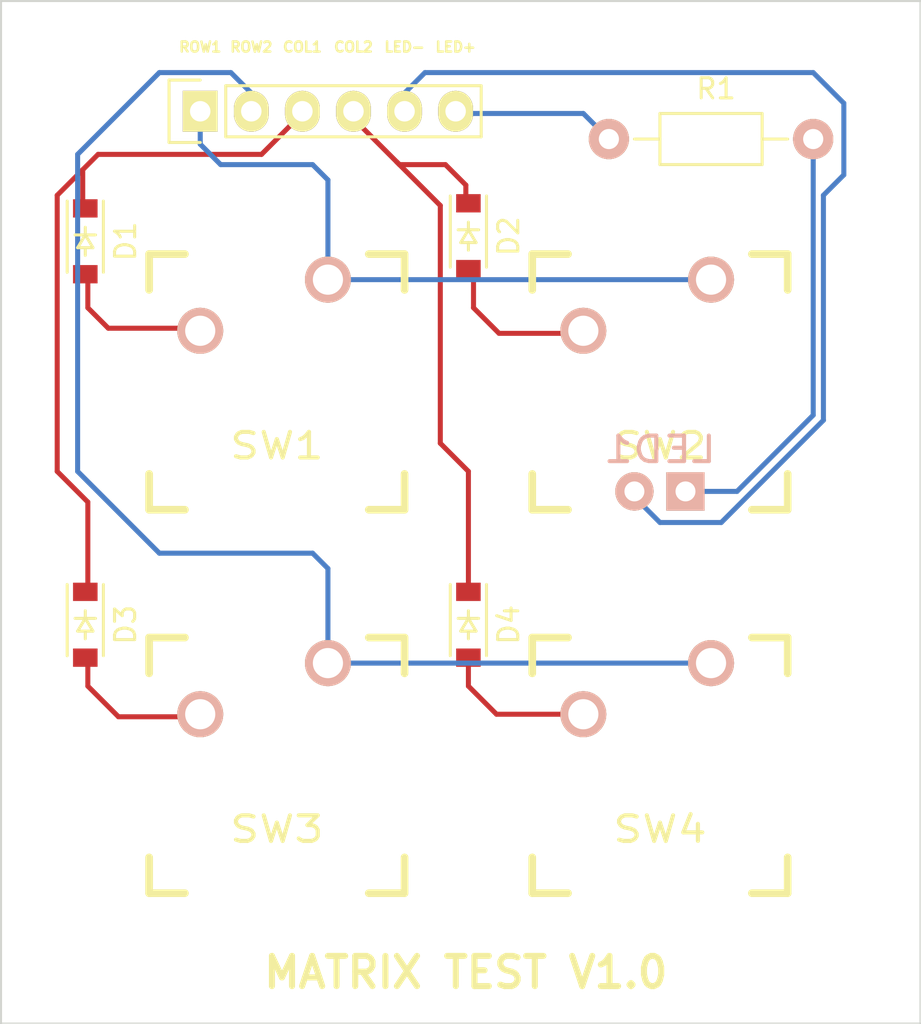
<source format=kicad_pcb>
(kicad_pcb (version 4) (host pcbnew 4.0.4-stable)

  (general
    (links 15)
    (no_connects 0)
    (area 100.279999 71.069999 146.100001 121.970001)
    (thickness 1.6)
    (drawings 11)
    (tracks 75)
    (zones 0)
    (modules 11)
    (nets 12)
  )

  (page A4)
  (layers
    (0 F.Cu signal)
    (31 B.Cu signal)
    (33 F.Adhes user)
    (34 B.Paste user)
    (35 F.Paste user)
    (36 B.SilkS user)
    (37 F.SilkS user)
    (38 B.Mask user)
    (39 F.Mask user)
    (40 Dwgs.User user)
    (41 Cmts.User user)
    (42 Eco1.User user)
    (43 Eco2.User user)
    (44 Edge.Cuts user)
    (45 Margin user)
    (47 F.CrtYd user)
    (49 F.Fab user)
  )

  (setup
    (last_trace_width 0.1524)
    (trace_clearance 0.1524)
    (zone_clearance 0.508)
    (zone_45_only no)
    (trace_min 0.1524)
    (segment_width 0.2)
    (edge_width 0.1)
    (via_size 0.6858)
    (via_drill 0.3302)
    (via_min_size 0.6858)
    (via_min_drill 0.3302)
    (uvia_size 0.762)
    (uvia_drill 0.508)
    (uvias_allowed no)
    (uvia_min_size 0)
    (uvia_min_drill 0)
    (pcb_text_width 0.3)
    (pcb_text_size 1.5 1.5)
    (mod_edge_width 0.15)
    (mod_text_size 1 1)
    (mod_text_width 0.15)
    (pad_size 1.99898 1.99898)
    (pad_drill 0.8001)
    (pad_to_mask_clearance 0)
    (aux_axis_origin 0 0)
    (visible_elements 7FFFFFFF)
    (pcbplotparams
      (layerselection 0x00030_80000001)
      (usegerberextensions false)
      (excludeedgelayer true)
      (linewidth 0.100000)
      (plotframeref false)
      (viasonmask false)
      (mode 1)
      (useauxorigin false)
      (hpglpennumber 1)
      (hpglpenspeed 20)
      (hpglpendiameter 15)
      (hpglpenoverlay 2)
      (psnegative false)
      (psa4output false)
      (plotreference true)
      (plotvalue true)
      (plotinvisibletext false)
      (padsonsilk false)
      (subtractmaskfromsilk false)
      (outputformat 4)
      (mirror false)
      (drillshape 0)
      (scaleselection 1)
      (outputdirectory ""))
  )

  (net 0 "")
  (net 1 /COL1)
  (net 2 "Net-(D1-Pad2)")
  (net 3 /COL2)
  (net 4 "Net-(D2-Pad2)")
  (net 5 "Net-(D3-Pad2)")
  (net 6 "Net-(D4-Pad2)")
  (net 7 /ROW1)
  (net 8 /ROW2)
  (net 9 /LED-)
  (net 10 "Net-(LED1-Pad2)")
  (net 11 /LED+)

  (net_class Default "This is the default net class."
    (clearance 0.1524)
    (trace_width 0.1524)
    (via_dia 0.6858)
    (via_drill 0.3302)
    (uvia_dia 0.762)
    (uvia_drill 0.508)
    (add_net /COL1)
    (add_net /COL2)
    (add_net /LED+)
    (add_net /LED-)
    (add_net /ROW1)
    (add_net /ROW2)
    (add_net "Net-(D1-Pad2)")
    (add_net "Net-(D2-Pad2)")
    (add_net "Net-(D3-Pad2)")
    (add_net "Net-(D4-Pad2)")
    (add_net "Net-(LED1-Pad2)")
  )

  (module Keyboard:CHERRY_PLATE_100H (layer F.Cu) (tedit 57D7723B) (tstamp 57D76586)
    (at 114.046 90.043)
    (path /57D73FDC)
    (fp_text reference SW1 (at 0 3.175) (layer F.SilkS)
      (effects (font (size 1.27 1.524) (thickness 0.2032)))
    )
    (fp_text value SW_PUSH (at 0 5.08) (layer F.SilkS) hide
      (effects (font (size 1.27 1.524) (thickness 0.2032)))
    )
    (fp_text user 1.00u (at -5.715 8.255) (layer Dwgs.User) hide
      (effects (font (thickness 0.3048)))
    )
    (fp_line (start -6.35 -6.35) (end 6.35 -6.35) (layer Cmts.User) (width 0.1524))
    (fp_line (start 6.35 -6.35) (end 6.35 6.35) (layer Cmts.User) (width 0.1524))
    (fp_line (start 6.35 6.35) (end -6.35 6.35) (layer Cmts.User) (width 0.1524))
    (fp_line (start -6.35 6.35) (end -6.35 -6.35) (layer Cmts.User) (width 0.1524))
    (fp_line (start -9.398 -9.398) (end 9.398 -9.398) (layer Dwgs.User) (width 0.1524))
    (fp_line (start 9.398 -9.398) (end 9.398 9.398) (layer Dwgs.User) (width 0.1524))
    (fp_line (start 9.398 9.398) (end -9.398 9.398) (layer Dwgs.User) (width 0.1524))
    (fp_line (start -9.398 9.398) (end -9.398 -9.398) (layer Dwgs.User) (width 0.1524))
    (fp_line (start -6.35 -6.35) (end -4.572 -6.35) (layer F.SilkS) (width 0.381))
    (fp_line (start 4.572 -6.35) (end 6.35 -6.35) (layer F.SilkS) (width 0.381))
    (fp_line (start 6.35 -6.35) (end 6.35 -4.572) (layer F.SilkS) (width 0.381))
    (fp_line (start 6.35 4.572) (end 6.35 6.35) (layer F.SilkS) (width 0.381))
    (fp_line (start 6.35 6.35) (end 4.572 6.35) (layer F.SilkS) (width 0.381))
    (fp_line (start -4.572 6.35) (end -6.35 6.35) (layer F.SilkS) (width 0.381))
    (fp_line (start -6.35 6.35) (end -6.35 4.572) (layer F.SilkS) (width 0.381))
    (fp_line (start -6.35 -4.572) (end -6.35 -6.35) (layer F.SilkS) (width 0.381))
    (pad 1 thru_hole circle (at 2.54 -5.08) (size 2.286 2.286) (drill 1.4986) (layers *.Cu *.SilkS *.Mask)
      (net 7 /ROW1))
    (pad 2 thru_hole circle (at -3.81 -2.54) (size 2.286 2.286) (drill 1.4986) (layers *.Cu *.SilkS *.Mask)
      (net 2 "Net-(D1-Pad2)"))
    (pad HOLE np_thru_hole circle (at 0 0) (size 3.9878 3.9878) (drill 3.9878) (layers *.Cu))
    (pad HOLE np_thru_hole circle (at -5.08 0) (size 1.7018 1.7018) (drill 1.7018) (layers *.Cu))
    (pad HOLE np_thru_hole circle (at 5.08 0) (size 1.7018 1.7018) (drill 1.7018) (layers *.Cu))
  )

  (module Diodes_SMD:SOD-123 (layer F.Cu) (tedit 57D78A84) (tstamp 57D7655F)
    (at 104.521 83.058 270)
    (descr SOD-123)
    (tags SOD-123)
    (path /57D74365)
    (attr smd)
    (fp_text reference D1 (at 0 -2 270) (layer F.SilkS)
      (effects (font (size 1 1) (thickness 0.15)))
    )
    (fp_text value D (at 0 2.1 270) (layer F.Fab)
      (effects (font (size 1 1) (thickness 0.15)))
    )
    (fp_line (start 0.3175 0) (end 0.6985 0) (layer F.SilkS) (width 0.15))
    (fp_line (start -0.6985 0) (end -0.3175 0) (layer F.SilkS) (width 0.15))
    (fp_line (start -0.3175 0) (end 0.3175 -0.381) (layer F.SilkS) (width 0.15))
    (fp_line (start 0.3175 -0.381) (end 0.3175 0.381) (layer F.SilkS) (width 0.15))
    (fp_line (start 0.3175 0.381) (end -0.3175 0) (layer F.SilkS) (width 0.15))
    (fp_line (start -0.3175 -0.508) (end -0.3175 0.508) (layer F.SilkS) (width 0.15))
    (fp_line (start -2.25 -1.05) (end 2.25 -1.05) (layer F.CrtYd) (width 0.05))
    (fp_line (start 2.25 -1.05) (end 2.25 1.05) (layer F.CrtYd) (width 0.05))
    (fp_line (start 2.25 1.05) (end -2.25 1.05) (layer F.CrtYd) (width 0.05))
    (fp_line (start -2.25 -1.05) (end -2.25 1.05) (layer F.CrtYd) (width 0.05))
    (fp_line (start -2 0.9) (end 1.54 0.9) (layer F.SilkS) (width 0.15))
    (fp_line (start -2 -0.9) (end 1.54 -0.9) (layer F.SilkS) (width 0.15))
    (pad 1 smd rect (at -1.635 0 270) (size 0.91 1.22) (layers F.Cu F.Paste F.Mask)
      (net 1 /COL1))
    (pad 2 smd rect (at 1.635 0 270) (size 0.91 1.22) (layers F.Cu F.Paste F.Mask)
      (net 2 "Net-(D1-Pad2)"))
  )

  (module Diodes_SMD:SOD-123 (layer F.Cu) (tedit 57D78AA9) (tstamp 57D76565)
    (at 123.571 82.804 270)
    (descr SOD-123)
    (tags SOD-123)
    (path /57D7440E)
    (attr smd)
    (fp_text reference D2 (at 0 -2 270) (layer F.SilkS)
      (effects (font (size 1 1) (thickness 0.15)))
    )
    (fp_text value D (at 0 2.1 270) (layer F.Fab)
      (effects (font (size 1 1) (thickness 0.15)))
    )
    (fp_line (start 0.3175 0) (end 0.6985 0) (layer F.SilkS) (width 0.15))
    (fp_line (start -0.6985 0) (end -0.3175 0) (layer F.SilkS) (width 0.15))
    (fp_line (start -0.3175 0) (end 0.3175 -0.381) (layer F.SilkS) (width 0.15))
    (fp_line (start 0.3175 -0.381) (end 0.3175 0.381) (layer F.SilkS) (width 0.15))
    (fp_line (start 0.3175 0.381) (end -0.3175 0) (layer F.SilkS) (width 0.15))
    (fp_line (start -0.3175 -0.508) (end -0.3175 0.508) (layer F.SilkS) (width 0.15))
    (fp_line (start -2.25 -1.05) (end 2.25 -1.05) (layer F.CrtYd) (width 0.05))
    (fp_line (start 2.25 -1.05) (end 2.25 1.05) (layer F.CrtYd) (width 0.05))
    (fp_line (start 2.25 1.05) (end -2.25 1.05) (layer F.CrtYd) (width 0.05))
    (fp_line (start -2.25 -1.05) (end -2.25 1.05) (layer F.CrtYd) (width 0.05))
    (fp_line (start -2 0.9) (end 1.54 0.9) (layer F.SilkS) (width 0.15))
    (fp_line (start -2 -0.9) (end 1.54 -0.9) (layer F.SilkS) (width 0.15))
    (pad 1 smd rect (at -1.635 0 270) (size 0.91 1.22) (layers F.Cu F.Paste F.Mask)
      (net 3 /COL2))
    (pad 2 smd rect (at 1.635 0 270) (size 0.91 1.22) (layers F.Cu F.Paste F.Mask)
      (net 4 "Net-(D2-Pad2)"))
  )

  (module Diodes_SMD:SOD-123 (layer F.Cu) (tedit 57D78A98) (tstamp 57D7656B)
    (at 104.521 102.108 270)
    (descr SOD-123)
    (tags SOD-123)
    (path /57D7447C)
    (attr smd)
    (fp_text reference D3 (at 0 -2 270) (layer F.SilkS)
      (effects (font (size 1 1) (thickness 0.15)))
    )
    (fp_text value D (at 0 2.1 270) (layer F.Fab)
      (effects (font (size 1 1) (thickness 0.15)))
    )
    (fp_line (start 0.3175 0) (end 0.6985 0) (layer F.SilkS) (width 0.15))
    (fp_line (start -0.6985 0) (end -0.3175 0) (layer F.SilkS) (width 0.15))
    (fp_line (start -0.3175 0) (end 0.3175 -0.381) (layer F.SilkS) (width 0.15))
    (fp_line (start 0.3175 -0.381) (end 0.3175 0.381) (layer F.SilkS) (width 0.15))
    (fp_line (start 0.3175 0.381) (end -0.3175 0) (layer F.SilkS) (width 0.15))
    (fp_line (start -0.3175 -0.508) (end -0.3175 0.508) (layer F.SilkS) (width 0.15))
    (fp_line (start -2.25 -1.05) (end 2.25 -1.05) (layer F.CrtYd) (width 0.05))
    (fp_line (start 2.25 -1.05) (end 2.25 1.05) (layer F.CrtYd) (width 0.05))
    (fp_line (start 2.25 1.05) (end -2.25 1.05) (layer F.CrtYd) (width 0.05))
    (fp_line (start -2.25 -1.05) (end -2.25 1.05) (layer F.CrtYd) (width 0.05))
    (fp_line (start -2 0.9) (end 1.54 0.9) (layer F.SilkS) (width 0.15))
    (fp_line (start -2 -0.9) (end 1.54 -0.9) (layer F.SilkS) (width 0.15))
    (pad 1 smd rect (at -1.635 0 270) (size 0.91 1.22) (layers F.Cu F.Paste F.Mask)
      (net 1 /COL1))
    (pad 2 smd rect (at 1.635 0 270) (size 0.91 1.22) (layers F.Cu F.Paste F.Mask)
      (net 5 "Net-(D3-Pad2)"))
  )

  (module Diodes_SMD:SOD-123 (layer F.Cu) (tedit 57D78AAD) (tstamp 57D76571)
    (at 123.571 102.108 270)
    (descr SOD-123)
    (tags SOD-123)
    (path /57D74482)
    (attr smd)
    (fp_text reference D4 (at 0 -2 270) (layer F.SilkS)
      (effects (font (size 1 1) (thickness 0.15)))
    )
    (fp_text value D (at 0 2.1 270) (layer F.Fab)
      (effects (font (size 1 1) (thickness 0.15)))
    )
    (fp_line (start 0.3175 0) (end 0.6985 0) (layer F.SilkS) (width 0.15))
    (fp_line (start -0.6985 0) (end -0.3175 0) (layer F.SilkS) (width 0.15))
    (fp_line (start -0.3175 0) (end 0.3175 -0.381) (layer F.SilkS) (width 0.15))
    (fp_line (start 0.3175 -0.381) (end 0.3175 0.381) (layer F.SilkS) (width 0.15))
    (fp_line (start 0.3175 0.381) (end -0.3175 0) (layer F.SilkS) (width 0.15))
    (fp_line (start -0.3175 -0.508) (end -0.3175 0.508) (layer F.SilkS) (width 0.15))
    (fp_line (start -2.25 -1.05) (end 2.25 -1.05) (layer F.CrtYd) (width 0.05))
    (fp_line (start 2.25 -1.05) (end 2.25 1.05) (layer F.CrtYd) (width 0.05))
    (fp_line (start 2.25 1.05) (end -2.25 1.05) (layer F.CrtYd) (width 0.05))
    (fp_line (start -2.25 -1.05) (end -2.25 1.05) (layer F.CrtYd) (width 0.05))
    (fp_line (start -2 0.9) (end 1.54 0.9) (layer F.SilkS) (width 0.15))
    (fp_line (start -2 -0.9) (end 1.54 -0.9) (layer F.SilkS) (width 0.15))
    (pad 1 smd rect (at -1.635 0 270) (size 0.91 1.22) (layers F.Cu F.Paste F.Mask)
      (net 3 /COL2))
    (pad 2 smd rect (at 1.635 0 270) (size 0.91 1.22) (layers F.Cu F.Paste F.Mask)
      (net 6 "Net-(D4-Pad2)"))
  )

  (module Keyboard:CHERRY_MX_LED (layer F.Cu) (tedit 57D78136) (tstamp 57D76577)
    (at 133.096 90.403)
    (path /57D7465D)
    (fp_text reference LED1 (at 0 3) (layer B.SilkS)
      (effects (font (size 1.27 1.524) (thickness 0.2032)) (justify mirror))
    )
    (fp_text value LED (at 0 8.128) (layer B.SilkS) hide
      (effects (font (size 1.27 1.524) (thickness 0.2032)))
    )
    (pad 1 thru_hole circle (at -1.27 5.08) (size 1.905 1.905) (drill 0.9906) (layers *.Cu *.SilkS *.Mask)
      (net 9 /LED-))
    (pad 2 thru_hole rect (at 1.27 5.08) (size 1.905 1.905) (drill 0.9906) (layers *.Cu *.SilkS *.Mask)
      (net 10 "Net-(LED1-Pad2)"))
  )

  (module Resistors_ThroughHole:Resistor_Horizontal_RM10mm (layer F.Cu) (tedit 57D78BEA) (tstamp 57D7657D)
    (at 130.556 77.978)
    (descr "Resistor, Axial,  RM 10mm, 1/3W")
    (tags "Resistor Axial RM 10mm 1/3W")
    (path /57D74711)
    (fp_text reference R1 (at 5.32892 -2.5) (layer F.SilkS)
      (effects (font (size 1 1) (thickness 0.15)))
    )
    (fp_text value R (at 5.08 3.81) (layer F.Fab)
      (effects (font (size 1 1) (thickness 0.15)))
    )
    (fp_line (start -1.25 -1.5) (end 11.4 -1.5) (layer F.CrtYd) (width 0.05))
    (fp_line (start -1.25 1.5) (end -1.25 -1.5) (layer F.CrtYd) (width 0.05))
    (fp_line (start 11.4 -1.5) (end 11.4 1.5) (layer F.CrtYd) (width 0.05))
    (fp_line (start -1.25 1.5) (end 11.4 1.5) (layer F.CrtYd) (width 0.05))
    (fp_line (start 2.54 -1.27) (end 7.62 -1.27) (layer F.SilkS) (width 0.15))
    (fp_line (start 7.62 -1.27) (end 7.62 1.27) (layer F.SilkS) (width 0.15))
    (fp_line (start 7.62 1.27) (end 2.54 1.27) (layer F.SilkS) (width 0.15))
    (fp_line (start 2.54 1.27) (end 2.54 -1.27) (layer F.SilkS) (width 0.15))
    (fp_line (start 2.54 0) (end 1.27 0) (layer F.SilkS) (width 0.15))
    (fp_line (start 7.62 0) (end 8.89 0) (layer F.SilkS) (width 0.15))
    (pad 1 thru_hole circle (at 0 0) (size 1.99898 1.99898) (drill 1.00076) (layers *.Cu *.SilkS *.Mask)
      (net 11 /LED+))
    (pad 2 thru_hole circle (at 10.16 0) (size 1.99898 1.99898) (drill 1.00076) (layers *.Cu *.SilkS *.Mask)
      (net 10 "Net-(LED1-Pad2)"))
    (model Resistors_ThroughHole.3dshapes/Resistor_Horizontal_RM10mm.wrl
      (at (xyz 0.2 0 0))
      (scale (xyz 0.4 0.4 0.4))
      (rotate (xyz 0 0 0))
    )
  )

  (module Keyboard:CHERRY_PLATE_100H (layer F.Cu) (tedit 57D77237) (tstamp 57D7658F)
    (at 133.096 90.043)
    (path /57D74085)
    (fp_text reference SW2 (at 0 3.175) (layer F.SilkS)
      (effects (font (size 1.27 1.524) (thickness 0.2032)))
    )
    (fp_text value SW_PUSH (at 0 5.08) (layer F.SilkS) hide
      (effects (font (size 1.27 1.524) (thickness 0.2032)))
    )
    (fp_text user 1.00u (at -5.715 8.255) (layer Dwgs.User) hide
      (effects (font (thickness 0.3048)))
    )
    (fp_line (start -6.35 -6.35) (end 6.35 -6.35) (layer Cmts.User) (width 0.1524))
    (fp_line (start 6.35 -6.35) (end 6.35 6.35) (layer Cmts.User) (width 0.1524))
    (fp_line (start 6.35 6.35) (end -6.35 6.35) (layer Cmts.User) (width 0.1524))
    (fp_line (start -6.35 6.35) (end -6.35 -6.35) (layer Cmts.User) (width 0.1524))
    (fp_line (start -9.398 -9.398) (end 9.398 -9.398) (layer Dwgs.User) (width 0.1524))
    (fp_line (start 9.398 -9.398) (end 9.398 9.398) (layer Dwgs.User) (width 0.1524))
    (fp_line (start 9.398 9.398) (end -9.398 9.398) (layer Dwgs.User) (width 0.1524))
    (fp_line (start -9.398 9.398) (end -9.398 -9.398) (layer Dwgs.User) (width 0.1524))
    (fp_line (start -6.35 -6.35) (end -4.572 -6.35) (layer F.SilkS) (width 0.381))
    (fp_line (start 4.572 -6.35) (end 6.35 -6.35) (layer F.SilkS) (width 0.381))
    (fp_line (start 6.35 -6.35) (end 6.35 -4.572) (layer F.SilkS) (width 0.381))
    (fp_line (start 6.35 4.572) (end 6.35 6.35) (layer F.SilkS) (width 0.381))
    (fp_line (start 6.35 6.35) (end 4.572 6.35) (layer F.SilkS) (width 0.381))
    (fp_line (start -4.572 6.35) (end -6.35 6.35) (layer F.SilkS) (width 0.381))
    (fp_line (start -6.35 6.35) (end -6.35 4.572) (layer F.SilkS) (width 0.381))
    (fp_line (start -6.35 -4.572) (end -6.35 -6.35) (layer F.SilkS) (width 0.381))
    (pad 1 thru_hole circle (at 2.54 -5.08) (size 2.286 2.286) (drill 1.4986) (layers *.Cu *.SilkS *.Mask)
      (net 7 /ROW1))
    (pad 2 thru_hole circle (at -3.81 -2.54) (size 2.286 2.286) (drill 1.4986) (layers *.Cu *.SilkS *.Mask)
      (net 4 "Net-(D2-Pad2)"))
    (pad HOLE np_thru_hole circle (at 0 0) (size 3.9878 3.9878) (drill 3.9878) (layers *.Cu))
    (pad HOLE np_thru_hole circle (at -5.08 0) (size 1.7018 1.7018) (drill 1.7018) (layers *.Cu))
    (pad HOLE np_thru_hole circle (at 5.08 0) (size 1.7018 1.7018) (drill 1.7018) (layers *.Cu))
  )

  (module Keyboard:CHERRY_PLATE_100H (layer F.Cu) (tedit 57D7723F) (tstamp 57D76598)
    (at 114.046 109.093)
    (path /57D740FB)
    (fp_text reference SW3 (at 0 3.175) (layer F.SilkS)
      (effects (font (size 1.27 1.524) (thickness 0.2032)))
    )
    (fp_text value SW_PUSH (at 0 5.08) (layer F.SilkS) hide
      (effects (font (size 1.27 1.524) (thickness 0.2032)))
    )
    (fp_text user 1.00u (at -5.715 8.255) (layer Dwgs.User) hide
      (effects (font (thickness 0.3048)))
    )
    (fp_line (start -6.35 -6.35) (end 6.35 -6.35) (layer Cmts.User) (width 0.1524))
    (fp_line (start 6.35 -6.35) (end 6.35 6.35) (layer Cmts.User) (width 0.1524))
    (fp_line (start 6.35 6.35) (end -6.35 6.35) (layer Cmts.User) (width 0.1524))
    (fp_line (start -6.35 6.35) (end -6.35 -6.35) (layer Cmts.User) (width 0.1524))
    (fp_line (start -9.398 -9.398) (end 9.398 -9.398) (layer Dwgs.User) (width 0.1524))
    (fp_line (start 9.398 -9.398) (end 9.398 9.398) (layer Dwgs.User) (width 0.1524))
    (fp_line (start 9.398 9.398) (end -9.398 9.398) (layer Dwgs.User) (width 0.1524))
    (fp_line (start -9.398 9.398) (end -9.398 -9.398) (layer Dwgs.User) (width 0.1524))
    (fp_line (start -6.35 -6.35) (end -4.572 -6.35) (layer F.SilkS) (width 0.381))
    (fp_line (start 4.572 -6.35) (end 6.35 -6.35) (layer F.SilkS) (width 0.381))
    (fp_line (start 6.35 -6.35) (end 6.35 -4.572) (layer F.SilkS) (width 0.381))
    (fp_line (start 6.35 4.572) (end 6.35 6.35) (layer F.SilkS) (width 0.381))
    (fp_line (start 6.35 6.35) (end 4.572 6.35) (layer F.SilkS) (width 0.381))
    (fp_line (start -4.572 6.35) (end -6.35 6.35) (layer F.SilkS) (width 0.381))
    (fp_line (start -6.35 6.35) (end -6.35 4.572) (layer F.SilkS) (width 0.381))
    (fp_line (start -6.35 -4.572) (end -6.35 -6.35) (layer F.SilkS) (width 0.381))
    (pad 1 thru_hole circle (at 2.54 -5.08) (size 2.286 2.286) (drill 1.4986) (layers *.Cu *.SilkS *.Mask)
      (net 8 /ROW2))
    (pad 2 thru_hole circle (at -3.81 -2.54) (size 2.286 2.286) (drill 1.4986) (layers *.Cu *.SilkS *.Mask)
      (net 5 "Net-(D3-Pad2)"))
    (pad HOLE np_thru_hole circle (at 0 0) (size 3.9878 3.9878) (drill 3.9878) (layers *.Cu))
    (pad HOLE np_thru_hole circle (at -5.08 0) (size 1.7018 1.7018) (drill 1.7018) (layers *.Cu))
    (pad HOLE np_thru_hole circle (at 5.08 0) (size 1.7018 1.7018) (drill 1.7018) (layers *.Cu))
  )

  (module Keyboard:CHERRY_PLATE_100H (layer F.Cu) (tedit 57D77242) (tstamp 57D765A1)
    (at 133.096 109.093)
    (path /57D74101)
    (fp_text reference SW4 (at 0 3.175) (layer F.SilkS)
      (effects (font (size 1.27 1.524) (thickness 0.2032)))
    )
    (fp_text value SW_PUSH (at 0 5.08) (layer F.SilkS) hide
      (effects (font (size 1.27 1.524) (thickness 0.2032)))
    )
    (fp_text user 1.00u (at -5.715 8.255) (layer Dwgs.User) hide
      (effects (font (thickness 0.3048)))
    )
    (fp_line (start -6.35 -6.35) (end 6.35 -6.35) (layer Cmts.User) (width 0.1524))
    (fp_line (start 6.35 -6.35) (end 6.35 6.35) (layer Cmts.User) (width 0.1524))
    (fp_line (start 6.35 6.35) (end -6.35 6.35) (layer Cmts.User) (width 0.1524))
    (fp_line (start -6.35 6.35) (end -6.35 -6.35) (layer Cmts.User) (width 0.1524))
    (fp_line (start -9.398 -9.398) (end 9.398 -9.398) (layer Dwgs.User) (width 0.1524))
    (fp_line (start 9.398 -9.398) (end 9.398 9.398) (layer Dwgs.User) (width 0.1524))
    (fp_line (start 9.398 9.398) (end -9.398 9.398) (layer Dwgs.User) (width 0.1524))
    (fp_line (start -9.398 9.398) (end -9.398 -9.398) (layer Dwgs.User) (width 0.1524))
    (fp_line (start -6.35 -6.35) (end -4.572 -6.35) (layer F.SilkS) (width 0.381))
    (fp_line (start 4.572 -6.35) (end 6.35 -6.35) (layer F.SilkS) (width 0.381))
    (fp_line (start 6.35 -6.35) (end 6.35 -4.572) (layer F.SilkS) (width 0.381))
    (fp_line (start 6.35 4.572) (end 6.35 6.35) (layer F.SilkS) (width 0.381))
    (fp_line (start 6.35 6.35) (end 4.572 6.35) (layer F.SilkS) (width 0.381))
    (fp_line (start -4.572 6.35) (end -6.35 6.35) (layer F.SilkS) (width 0.381))
    (fp_line (start -6.35 6.35) (end -6.35 4.572) (layer F.SilkS) (width 0.381))
    (fp_line (start -6.35 -4.572) (end -6.35 -6.35) (layer F.SilkS) (width 0.381))
    (pad 1 thru_hole circle (at 2.54 -5.08) (size 2.286 2.286) (drill 1.4986) (layers *.Cu *.SilkS *.Mask)
      (net 8 /ROW2))
    (pad 2 thru_hole circle (at -3.81 -2.54) (size 2.286 2.286) (drill 1.4986) (layers *.Cu *.SilkS *.Mask)
      (net 6 "Net-(D4-Pad2)"))
    (pad HOLE np_thru_hole circle (at 0 0) (size 3.9878 3.9878) (drill 3.9878) (layers *.Cu))
    (pad HOLE np_thru_hole circle (at -5.08 0) (size 1.7018 1.7018) (drill 1.7018) (layers *.Cu))
    (pad HOLE np_thru_hole circle (at 5.08 0) (size 1.7018 1.7018) (drill 1.7018) (layers *.Cu))
  )

  (module Pin_Headers:Pin_Header_Straight_1x06 (layer F.Cu) (tedit 57D8798C) (tstamp 57D878B5)
    (at 110.236 76.598001 90)
    (descr "Through hole pin header")
    (tags "pin header")
    (path /57D875F7)
    (fp_text reference P1 (at 0 -5.1 90) (layer F.SilkS) hide
      (effects (font (size 1 1) (thickness 0.15)))
    )
    (fp_text value "" (at 0 -3.1 90) (layer F.Fab) hide
      (effects (font (size 1 1) (thickness 0.15)))
    )
    (fp_line (start -1.75 -1.75) (end -1.75 14.45) (layer F.CrtYd) (width 0.05))
    (fp_line (start 1.75 -1.75) (end 1.75 14.45) (layer F.CrtYd) (width 0.05))
    (fp_line (start -1.75 -1.75) (end 1.75 -1.75) (layer F.CrtYd) (width 0.05))
    (fp_line (start -1.75 14.45) (end 1.75 14.45) (layer F.CrtYd) (width 0.05))
    (fp_line (start 1.27 1.27) (end 1.27 13.97) (layer F.SilkS) (width 0.15))
    (fp_line (start 1.27 13.97) (end -1.27 13.97) (layer F.SilkS) (width 0.15))
    (fp_line (start -1.27 13.97) (end -1.27 1.27) (layer F.SilkS) (width 0.15))
    (fp_line (start 1.55 -1.55) (end 1.55 0) (layer F.SilkS) (width 0.15))
    (fp_line (start 1.27 1.27) (end -1.27 1.27) (layer F.SilkS) (width 0.15))
    (fp_line (start -1.55 0) (end -1.55 -1.55) (layer F.SilkS) (width 0.15))
    (fp_line (start -1.55 -1.55) (end 1.55 -1.55) (layer F.SilkS) (width 0.15))
    (pad 1 thru_hole rect (at 0 0 90) (size 2.032 1.7272) (drill 1.016) (layers *.Cu *.Mask F.SilkS)
      (net 7 /ROW1))
    (pad 2 thru_hole oval (at 0 2.54 90) (size 2.032 1.7272) (drill 1.016) (layers *.Cu *.Mask F.SilkS)
      (net 8 /ROW2))
    (pad 3 thru_hole oval (at 0 5.08 90) (size 2.032 1.7272) (drill 1.016) (layers *.Cu *.Mask F.SilkS)
      (net 1 /COL1))
    (pad 4 thru_hole oval (at 0 7.62 90) (size 2.032 1.7272) (drill 1.016) (layers *.Cu *.Mask F.SilkS)
      (net 3 /COL2))
    (pad 5 thru_hole oval (at 0 10.16 90) (size 2.032 1.7272) (drill 1.016) (layers *.Cu *.Mask F.SilkS)
      (net 9 /LED-))
    (pad 6 thru_hole oval (at 0 12.7 90) (size 2.032 1.7272) (drill 1.016) (layers *.Cu *.Mask F.SilkS)
      (net 11 /LED+))
    (model Pin_Headers.3dshapes/Pin_Header_Straight_1x06.wrl
      (at (xyz 0 -0.25 0))
      (scale (xyz 1 1 1))
      (rotate (xyz 0 0 90))
    )
  )

  (gr_text "MATRIX TEST V1.0" (at 123.444 119.38) (layer F.SilkS)
    (effects (font (size 1.5 1.5) (thickness 0.3)))
  )
  (gr_text LED+ (at 122.936 73.406) (layer F.SilkS) (tstamp 57D879FC)
    (effects (font (size 0.5 0.5) (thickness 0.125)))
  )
  (gr_text LED- (at 120.396 73.406) (layer F.SilkS) (tstamp 57D879F4)
    (effects (font (size 0.5 0.5) (thickness 0.125)))
  )
  (gr_text COL2 (at 117.856 73.406) (layer F.SilkS) (tstamp 57D879F1)
    (effects (font (size 0.5 0.5) (thickness 0.125)))
  )
  (gr_text COL1 (at 115.316 73.406) (layer F.SilkS) (tstamp 57D879EE)
    (effects (font (size 0.5 0.5) (thickness 0.125)))
  )
  (gr_text ROW2 (at 112.776 73.406) (layer F.SilkS) (tstamp 57D879E9)
    (effects (font (size 0.5 0.5) (thickness 0.125)))
  )
  (gr_text ROW1 (at 110.236 73.406) (layer F.SilkS)
    (effects (font (size 0.5 0.5) (thickness 0.125)))
  )
  (gr_line (start 146.05 71.12) (end 100.33 71.12) (angle 90) (layer Edge.Cuts) (width 0.1))
  (gr_line (start 146.05 121.92) (end 146.05 71.12) (angle 90) (layer Edge.Cuts) (width 0.1))
  (gr_line (start 100.33 121.92) (end 146.05 121.92) (angle 90) (layer Edge.Cuts) (width 0.1))
  (gr_line (start 100.33 71.12) (end 100.33 121.92) (angle 90) (layer Edge.Cuts) (width 0.1))

  (segment (start 104.394 79.502) (end 105.156 78.74) (width 0.25) (layer F.Cu) (net 1))
  (segment (start 113.284 78.74) (end 115.316 76.708) (width 0.25) (layer F.Cu) (net 1) (tstamp 57D78AE1))
  (segment (start 105.156 78.74) (end 113.284 78.74) (width 0.25) (layer F.Cu) (net 1) (tstamp 57D78ADF))
  (segment (start 104.521 81.423) (end 104.394 81.296) (width 0.25) (layer F.Cu) (net 1))
  (segment (start 104.394 81.296) (end 104.394 79.502) (width 0.25) (layer F.Cu) (net 1) (tstamp 57D7883F))
  (segment (start 115.57 76.962) (end 115.316 76.708) (width 0.25) (layer F.Cu) (net 1) (tstamp 57D7850A))
  (segment (start 104.521 100.473) (end 104.648 100.346) (width 0.25) (layer F.Cu) (net 1))
  (segment (start 104.648 100.346) (end 104.648 96.012) (width 0.25) (layer F.Cu) (net 1) (tstamp 57D7880A))
  (segment (start 104.648 96.012) (end 103.124 94.488) (width 0.25) (layer F.Cu) (net 1) (tstamp 57D7880B))
  (segment (start 103.124 94.488) (end 103.124 80.772) (width 0.25) (layer F.Cu) (net 1) (tstamp 57D7880D))
  (segment (start 103.124 80.772) (end 104.394 79.502) (width 0.25) (layer F.Cu) (net 1) (tstamp 57D7880E))
  (segment (start 104.664 81.28) (end 104.521 81.423) (width 0.25) (layer F.Cu) (net 1) (tstamp 57D784DF))
  (segment (start 110.236 87.503) (end 110.109 87.376) (width 0.25) (layer F.Cu) (net 2))
  (segment (start 110.109 87.376) (end 105.664 87.376) (width 0.25) (layer F.Cu) (net 2) (tstamp 57D787F4))
  (segment (start 105.664 87.376) (end 104.648 86.36) (width 0.25) (layer F.Cu) (net 2) (tstamp 57D787F5))
  (segment (start 104.648 86.36) (end 104.648 84.82) (width 0.25) (layer F.Cu) (net 2) (tstamp 57D787F7))
  (segment (start 104.648 84.82) (end 104.521 84.693) (width 0.25) (layer F.Cu) (net 2) (tstamp 57D787F8))
  (segment (start 120.015 79.121) (end 120.142 79.248) (width 0.25) (layer F.Cu) (net 3))
  (segment (start 123.444 80.264) (end 123.444 81.042) (width 0.25) (layer F.Cu) (net 3) (tstamp 57D78A70))
  (segment (start 122.428 79.248) (end 123.444 80.264) (width 0.25) (layer F.Cu) (net 3) (tstamp 57D78A6B))
  (segment (start 120.142 79.248) (end 122.428 79.248) (width 0.25) (layer F.Cu) (net 3) (tstamp 57D78A6A))
  (segment (start 123.444 81.042) (end 123.571 81.169) (width 0.25) (layer F.Cu) (net 3) (tstamp 57D78A71))
  (segment (start 122.174 81.28) (end 120.015 79.121) (width 0.25) (layer F.Cu) (net 3))
  (segment (start 120.015 79.121) (end 117.856 76.962) (width 0.25) (layer F.Cu) (net 3) (tstamp 57D78A68))
  (segment (start 117.856 76.962) (end 117.856 76.708) (width 0.25) (layer F.Cu) (net 3) (tstamp 57D78A56))
  (segment (start 123.444 81.042) (end 123.571 81.169) (width 0.25) (layer F.Cu) (net 3) (tstamp 57D789C5))
  (segment (start 122.174 93.091) (end 122.174 81.28) (width 0.25) (layer F.Cu) (net 3) (tstamp 57D78923))
  (segment (start 123.571 94.488) (end 122.174 93.091) (width 0.25) (layer F.Cu) (net 3) (tstamp 57D7891E))
  (segment (start 123.571 100.473) (end 123.571 94.488) (width 0.25) (layer F.Cu) (net 3))
  (segment (start 123.825 84.693) (end 123.571 84.439) (width 0.25) (layer F.Cu) (net 4) (tstamp 57D788C5))
  (segment (start 123.825 86.36) (end 123.825 84.693) (width 0.25) (layer F.Cu) (net 4) (tstamp 57D788C4))
  (segment (start 125.095 87.63) (end 123.825 86.36) (width 0.25) (layer F.Cu) (net 4) (tstamp 57D788C0))
  (segment (start 129.159 87.63) (end 125.095 87.63) (width 0.25) (layer F.Cu) (net 4) (tstamp 57D788BF))
  (segment (start 129.286 87.503) (end 129.159 87.63) (width 0.25) (layer F.Cu) (net 4))
  (segment (start 110.236 106.553) (end 110.109 106.68) (width 0.25) (layer F.Cu) (net 5))
  (segment (start 110.109 106.68) (end 106.172 106.68) (width 0.25) (layer F.Cu) (net 5) (tstamp 57D784E2))
  (segment (start 106.172 106.68) (end 104.648 105.156) (width 0.25) (layer F.Cu) (net 5) (tstamp 57D784E3))
  (segment (start 104.648 105.156) (end 104.648 103.87) (width 0.25) (layer F.Cu) (net 5) (tstamp 57D784E5))
  (segment (start 104.648 103.87) (end 104.521 103.743) (width 0.25) (layer F.Cu) (net 5) (tstamp 57D784E6))
  (segment (start 129.286 106.553) (end 124.968 106.553) (width 0.25) (layer F.Cu) (net 6))
  (segment (start 123.571 105.156) (end 123.571 103.743) (width 0.25) (layer F.Cu) (net 6) (tstamp 57D7827D))
  (segment (start 124.968 106.553) (end 123.571 105.156) (width 0.25) (layer F.Cu) (net 6) (tstamp 57D78274))
  (segment (start 110.236 76.708) (end 110.236 78.232) (width 0.25) (layer B.Cu) (net 7))
  (segment (start 116.586 80.01) (end 116.586 84.963) (width 0.25) (layer B.Cu) (net 7) (tstamp 57D77E47))
  (segment (start 115.824 79.248) (end 116.586 80.01) (width 0.25) (layer B.Cu) (net 7) (tstamp 57D77E46))
  (segment (start 111.252 79.248) (end 115.824 79.248) (width 0.25) (layer B.Cu) (net 7) (tstamp 57D77E42))
  (segment (start 110.236 78.232) (end 111.252 79.248) (width 0.25) (layer B.Cu) (net 7) (tstamp 57D77E3F))
  (segment (start 116.586 84.963) (end 135.636 84.963) (width 0.25) (layer B.Cu) (net 7))
  (segment (start 112.776 76.708) (end 112.776 75.692) (width 0.25) (layer B.Cu) (net 8))
  (segment (start 116.586 99.314) (end 116.586 104.013) (width 0.25) (layer B.Cu) (net 8) (tstamp 57D77F09))
  (segment (start 115.824 98.552) (end 116.586 99.314) (width 0.25) (layer B.Cu) (net 8) (tstamp 57D77F08))
  (segment (start 108.204 98.552) (end 115.824 98.552) (width 0.25) (layer B.Cu) (net 8) (tstamp 57D77F06))
  (segment (start 104.14 94.488) (end 108.204 98.552) (width 0.25) (layer B.Cu) (net 8) (tstamp 57D77EF4))
  (segment (start 104.14 78.74) (end 104.14 94.488) (width 0.25) (layer B.Cu) (net 8) (tstamp 57D77EEA))
  (segment (start 108.204 74.676) (end 104.14 78.74) (width 0.25) (layer B.Cu) (net 8) (tstamp 57D77EE2))
  (segment (start 111.76 74.676) (end 108.204 74.676) (width 0.25) (layer B.Cu) (net 8) (tstamp 57D77EDC))
  (segment (start 112.776 75.692) (end 111.76 74.676) (width 0.25) (layer B.Cu) (net 8) (tstamp 57D77ED5))
  (segment (start 116.586 104.013) (end 135.636 104.013) (width 0.25) (layer B.Cu) (net 8))
  (segment (start 120.396 76.708) (end 120.396 76.454) (width 0.25) (layer F.Cu) (net 9))
  (segment (start 131.826 95.483) (end 131.826 95.758) (width 0.25) (layer B.Cu) (net 9))
  (segment (start 131.826 95.758) (end 133.096 97.028) (width 0.25) (layer B.Cu) (net 9) (tstamp 57D7795F))
  (segment (start 133.096 97.028) (end 136.144 97.028) (width 0.25) (layer B.Cu) (net 9) (tstamp 57D77960))
  (segment (start 136.144 97.028) (end 141.224 91.948) (width 0.25) (layer B.Cu) (net 9) (tstamp 57D77962))
  (segment (start 141.224 91.948) (end 141.224 80.772) (width 0.25) (layer B.Cu) (net 9) (tstamp 57D77966))
  (segment (start 141.224 80.772) (end 142.24 79.756) (width 0.25) (layer B.Cu) (net 9) (tstamp 57D7796A))
  (segment (start 142.24 79.756) (end 142.24 76.2) (width 0.25) (layer B.Cu) (net 9) (tstamp 57D7796C))
  (segment (start 142.24 76.2) (end 140.716 74.676) (width 0.25) (layer B.Cu) (net 9) (tstamp 57D7796E))
  (segment (start 140.716 74.676) (end 121.412 74.676) (width 0.25) (layer B.Cu) (net 9) (tstamp 57D77974))
  (segment (start 121.412 74.676) (end 120.396 75.692) (width 0.25) (layer B.Cu) (net 9) (tstamp 57D77976))
  (segment (start 120.396 75.692) (end 120.396 76.708) (width 0.25) (layer B.Cu) (net 9) (tstamp 57D77979))
  (segment (start 140.716 77.978) (end 140.716 91.694) (width 0.25) (layer B.Cu) (net 10))
  (segment (start 136.927 95.483) (end 134.366 95.483) (width 0.25) (layer B.Cu) (net 10) (tstamp 57D7793B))
  (segment (start 140.716 91.694) (end 136.927 95.483) (width 0.25) (layer B.Cu) (net 10) (tstamp 57D77937))
  (segment (start 122.936 76.708) (end 129.286 76.708) (width 0.25) (layer B.Cu) (net 11))
  (segment (start 129.286 76.708) (end 130.556 77.978) (width 0.25) (layer B.Cu) (net 11) (tstamp 57D77933))

)

</source>
